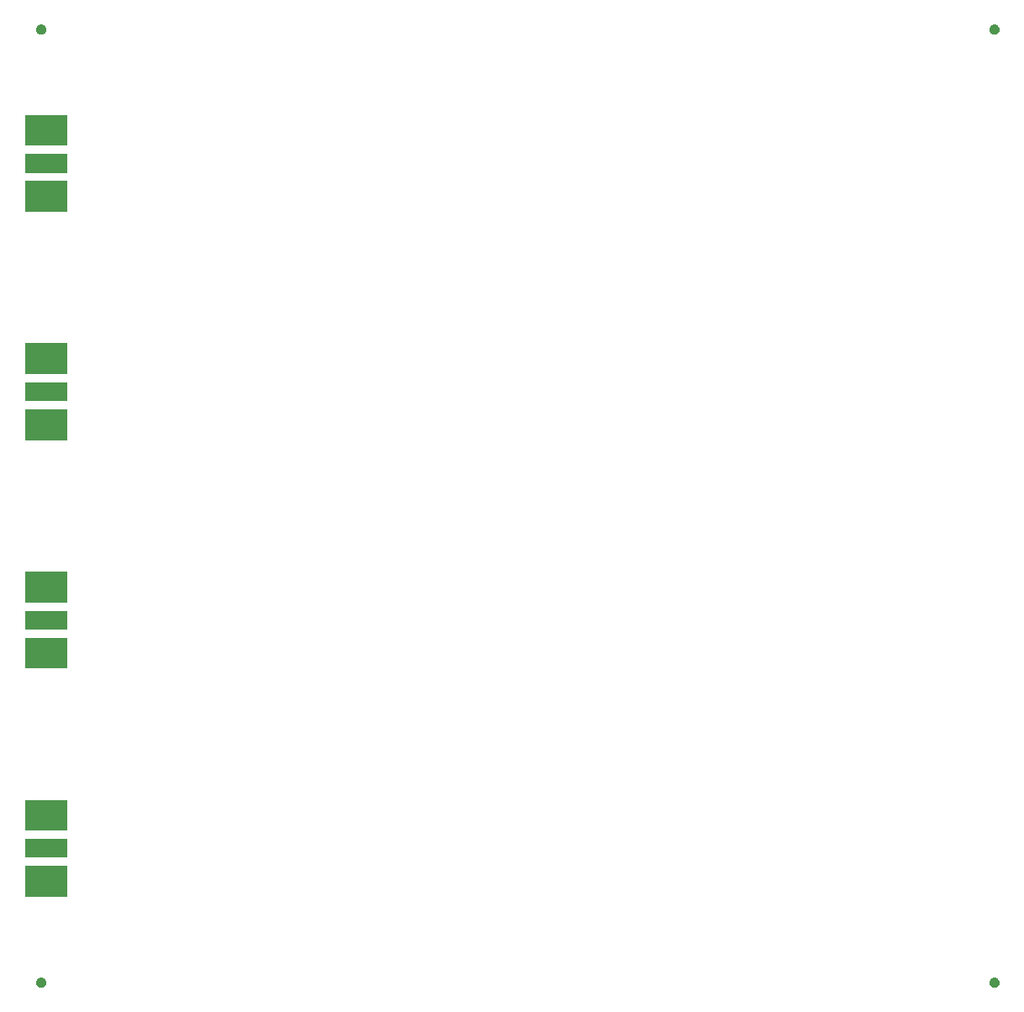
<source format=gbr>
G04 #@! TF.GenerationSoftware,KiCad,Pcbnew,(5.1.0)-1*
G04 #@! TF.CreationDate,2019-04-08T15:48:48-06:00*
G04 #@! TF.ProjectId,H-probe_poly_panelized,482d7072-6f62-4655-9f70-6f6c795f7061,rev?*
G04 #@! TF.SameCoordinates,Original*
G04 #@! TF.FileFunction,Soldermask,Top*
G04 #@! TF.FilePolarity,Negative*
%FSLAX46Y46*%
G04 Gerber Fmt 4.6, Leading zero omitted, Abs format (unit mm)*
G04 Created by KiCad (PCBNEW (5.1.0)-1) date 2019-04-08 15:48:48*
%MOMM*%
%LPD*%
G04 APERTURE LIST*
%ADD10C,0.100000*%
G04 APERTURE END LIST*
D10*
G36*
X102145843Y-147519214D02*
G01*
X102145846Y-147519215D01*
X102145845Y-147519215D01*
X102236839Y-147556906D01*
X102278063Y-147584451D01*
X102318730Y-147611624D01*
X102388376Y-147681270D01*
X102443095Y-147763163D01*
X102480786Y-147854157D01*
X102500000Y-147950753D01*
X102500000Y-148049247D01*
X102480786Y-148145843D01*
X102480785Y-148145845D01*
X102443094Y-148236839D01*
X102388375Y-148318731D01*
X102318731Y-148388375D01*
X102236839Y-148443094D01*
X102236838Y-148443095D01*
X102236837Y-148443095D01*
X102145843Y-148480786D01*
X102049247Y-148500000D01*
X101950753Y-148500000D01*
X101854157Y-148480786D01*
X101763163Y-148443095D01*
X101763162Y-148443095D01*
X101763161Y-148443094D01*
X101681269Y-148388375D01*
X101611625Y-148318731D01*
X101556906Y-148236839D01*
X101519215Y-148145845D01*
X101519214Y-148145843D01*
X101500000Y-148049247D01*
X101500000Y-147950753D01*
X101519214Y-147854157D01*
X101556905Y-147763163D01*
X101611624Y-147681270D01*
X101681270Y-147611624D01*
X101721937Y-147584451D01*
X101763161Y-147556906D01*
X101854155Y-147519215D01*
X101854154Y-147519215D01*
X101854157Y-147519214D01*
X101950753Y-147500000D01*
X102049247Y-147500000D01*
X102145843Y-147519214D01*
X102145843Y-147519214D01*
G37*
G36*
X198145843Y-147519214D02*
G01*
X198145846Y-147519215D01*
X198145845Y-147519215D01*
X198236839Y-147556906D01*
X198278063Y-147584451D01*
X198318730Y-147611624D01*
X198388376Y-147681270D01*
X198443095Y-147763163D01*
X198480786Y-147854157D01*
X198500000Y-147950753D01*
X198500000Y-148049247D01*
X198480786Y-148145843D01*
X198480785Y-148145845D01*
X198443094Y-148236839D01*
X198388375Y-148318731D01*
X198318731Y-148388375D01*
X198236839Y-148443094D01*
X198236838Y-148443095D01*
X198236837Y-148443095D01*
X198145843Y-148480786D01*
X198049247Y-148500000D01*
X197950753Y-148500000D01*
X197854157Y-148480786D01*
X197763163Y-148443095D01*
X197763162Y-148443095D01*
X197763161Y-148443094D01*
X197681269Y-148388375D01*
X197611625Y-148318731D01*
X197556906Y-148236839D01*
X197519215Y-148145845D01*
X197519214Y-148145843D01*
X197500000Y-148049247D01*
X197500000Y-147950753D01*
X197519214Y-147854157D01*
X197556905Y-147763163D01*
X197611624Y-147681270D01*
X197681270Y-147611624D01*
X197721937Y-147584451D01*
X197763161Y-147556906D01*
X197854155Y-147519215D01*
X197854154Y-147519215D01*
X197854157Y-147519214D01*
X197950753Y-147500000D01*
X198049247Y-147500000D01*
X198145843Y-147519214D01*
X198145843Y-147519214D01*
G37*
G36*
X104646000Y-139376000D02*
G01*
X100354000Y-139376000D01*
X100354000Y-136274000D01*
X104646000Y-136274000D01*
X104646000Y-139376000D01*
X104646000Y-139376000D01*
G37*
G36*
X104646000Y-135441000D02*
G01*
X100354000Y-135441000D01*
X100354000Y-133559000D01*
X104646000Y-133559000D01*
X104646000Y-135441000D01*
X104646000Y-135441000D01*
G37*
G36*
X104646000Y-132726000D02*
G01*
X100354000Y-132726000D01*
X100354000Y-129624000D01*
X104646000Y-129624000D01*
X104646000Y-132726000D01*
X104646000Y-132726000D01*
G37*
G36*
X104646000Y-116376000D02*
G01*
X100354000Y-116376000D01*
X100354000Y-113274000D01*
X104646000Y-113274000D01*
X104646000Y-116376000D01*
X104646000Y-116376000D01*
G37*
G36*
X104646000Y-112441000D02*
G01*
X100354000Y-112441000D01*
X100354000Y-110559000D01*
X104646000Y-110559000D01*
X104646000Y-112441000D01*
X104646000Y-112441000D01*
G37*
G36*
X104646000Y-109726000D02*
G01*
X100354000Y-109726000D01*
X100354000Y-106624000D01*
X104646000Y-106624000D01*
X104646000Y-109726000D01*
X104646000Y-109726000D01*
G37*
G36*
X104646000Y-93376000D02*
G01*
X100354000Y-93376000D01*
X100354000Y-90274000D01*
X104646000Y-90274000D01*
X104646000Y-93376000D01*
X104646000Y-93376000D01*
G37*
G36*
X104646000Y-89441000D02*
G01*
X100354000Y-89441000D01*
X100354000Y-87559000D01*
X104646000Y-87559000D01*
X104646000Y-89441000D01*
X104646000Y-89441000D01*
G37*
G36*
X104646000Y-86726000D02*
G01*
X100354000Y-86726000D01*
X100354000Y-83624000D01*
X104646000Y-83624000D01*
X104646000Y-86726000D01*
X104646000Y-86726000D01*
G37*
G36*
X104646000Y-70376000D02*
G01*
X100354000Y-70376000D01*
X100354000Y-67274000D01*
X104646000Y-67274000D01*
X104646000Y-70376000D01*
X104646000Y-70376000D01*
G37*
G36*
X104646000Y-66441000D02*
G01*
X100354000Y-66441000D01*
X100354000Y-64559000D01*
X104646000Y-64559000D01*
X104646000Y-66441000D01*
X104646000Y-66441000D01*
G37*
G36*
X104646000Y-63726000D02*
G01*
X100354000Y-63726000D01*
X100354000Y-60624000D01*
X104646000Y-60624000D01*
X104646000Y-63726000D01*
X104646000Y-63726000D01*
G37*
G36*
X102145843Y-51519214D02*
G01*
X102145846Y-51519215D01*
X102145845Y-51519215D01*
X102236839Y-51556906D01*
X102278063Y-51584451D01*
X102318730Y-51611624D01*
X102388376Y-51681270D01*
X102443095Y-51763163D01*
X102480786Y-51854157D01*
X102500000Y-51950753D01*
X102500000Y-52049247D01*
X102480786Y-52145843D01*
X102480785Y-52145845D01*
X102443094Y-52236839D01*
X102388375Y-52318731D01*
X102318731Y-52388375D01*
X102236839Y-52443094D01*
X102236838Y-52443095D01*
X102236837Y-52443095D01*
X102145843Y-52480786D01*
X102049247Y-52500000D01*
X101950753Y-52500000D01*
X101854157Y-52480786D01*
X101763163Y-52443095D01*
X101763162Y-52443095D01*
X101763161Y-52443094D01*
X101681269Y-52388375D01*
X101611625Y-52318731D01*
X101556906Y-52236839D01*
X101519215Y-52145845D01*
X101519214Y-52145843D01*
X101500000Y-52049247D01*
X101500000Y-51950753D01*
X101519214Y-51854157D01*
X101556905Y-51763163D01*
X101611624Y-51681270D01*
X101681270Y-51611624D01*
X101721937Y-51584451D01*
X101763161Y-51556906D01*
X101854155Y-51519215D01*
X101854154Y-51519215D01*
X101854157Y-51519214D01*
X101950753Y-51500000D01*
X102049247Y-51500000D01*
X102145843Y-51519214D01*
X102145843Y-51519214D01*
G37*
G36*
X198145843Y-51519214D02*
G01*
X198145846Y-51519215D01*
X198145845Y-51519215D01*
X198236839Y-51556906D01*
X198278063Y-51584451D01*
X198318730Y-51611624D01*
X198388376Y-51681270D01*
X198443095Y-51763163D01*
X198480786Y-51854157D01*
X198500000Y-51950753D01*
X198500000Y-52049247D01*
X198480786Y-52145843D01*
X198480785Y-52145845D01*
X198443094Y-52236839D01*
X198388375Y-52318731D01*
X198318731Y-52388375D01*
X198236839Y-52443094D01*
X198236838Y-52443095D01*
X198236837Y-52443095D01*
X198145843Y-52480786D01*
X198049247Y-52500000D01*
X197950753Y-52500000D01*
X197854157Y-52480786D01*
X197763163Y-52443095D01*
X197763162Y-52443095D01*
X197763161Y-52443094D01*
X197681269Y-52388375D01*
X197611625Y-52318731D01*
X197556906Y-52236839D01*
X197519215Y-52145845D01*
X197519214Y-52145843D01*
X197500000Y-52049247D01*
X197500000Y-51950753D01*
X197519214Y-51854157D01*
X197556905Y-51763163D01*
X197611624Y-51681270D01*
X197681270Y-51611624D01*
X197721937Y-51584451D01*
X197763161Y-51556906D01*
X197854155Y-51519215D01*
X197854154Y-51519215D01*
X197854157Y-51519214D01*
X197950753Y-51500000D01*
X198049247Y-51500000D01*
X198145843Y-51519214D01*
X198145843Y-51519214D01*
G37*
M02*

</source>
